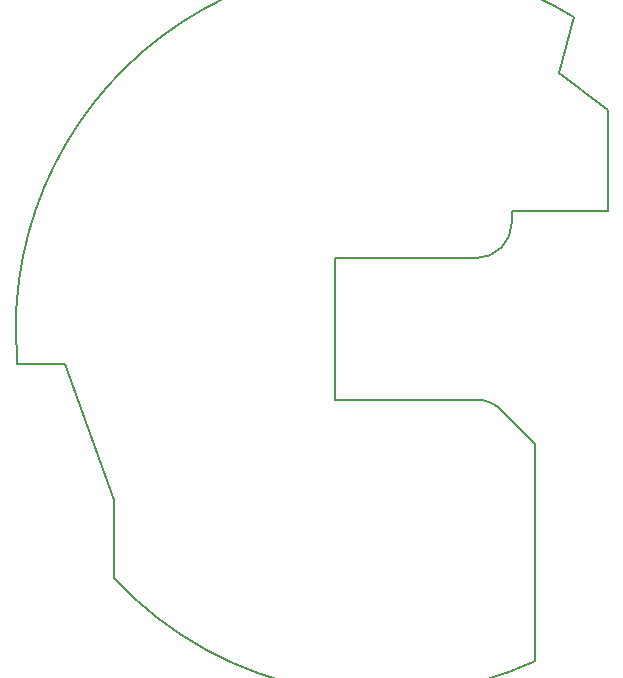
<source format=gbr>
G04 #@! TF.GenerationSoftware,KiCad,Pcbnew,(5.0.2)-1*
G04 #@! TF.CreationDate,2019-03-22T14:34:22+01:00*
G04 #@! TF.ProjectId,DICE_3.2,44494345-5f33-42e3-922e-6b696361645f,rev?*
G04 #@! TF.SameCoordinates,PX6712b80PY6da2680*
G04 #@! TF.FileFunction,Profile,NP*
%FSLAX46Y46*%
G04 Gerber Fmt 4.6, Leading zero omitted, Abs format (unit mm)*
G04 Created by KiCad (PCBNEW (5.0.2)-1) date 22/03/2019 14:34:22*
%MOMM*%
%LPD*%
G01*
G04 APERTURE LIST*
%ADD10C,0.150000*%
G04 APERTURE END LIST*
D10*
X67119804Y37999819D02*
G75*
G03X64920000Y38960000I-2199804J-2039819D01*
G01*
X67119804Y37999819D02*
X69920000Y35200000D01*
X34247952Y30500000D02*
X34247952Y23848093D01*
X30060000Y41960000D02*
X34247952Y30500000D01*
X26065512Y41959903D02*
X30060000Y41960000D01*
X76050000Y63520000D02*
X71880000Y66580000D01*
X73169672Y71359776D02*
X71880000Y66580000D01*
X76050000Y54960000D02*
X76050000Y63520000D01*
X34247952Y23848093D02*
G75*
G03X69920000Y16840000I22672048J21111907D01*
G01*
X64920000Y50960000D02*
G75*
G03X67920000Y53960000I0J3000000D01*
G01*
X26065512Y41959903D02*
G75*
G02X25920000Y44960000I30854488J3000097D01*
G01*
X73169672Y71359776D02*
G75*
G03X25920000Y44960000I-16249672J-26399776D01*
G01*
X52920000Y50960000D02*
X64920000Y50960000D01*
X64920000Y38960000D02*
X52920000Y38960000D01*
X69920000Y16840000D02*
X69920000Y35200000D01*
X67920000Y54960000D02*
X67920000Y53960000D01*
X52920000Y50960000D02*
X52920000Y38960000D01*
X67920000Y54960000D02*
X76050000Y54960000D01*
M02*

</source>
